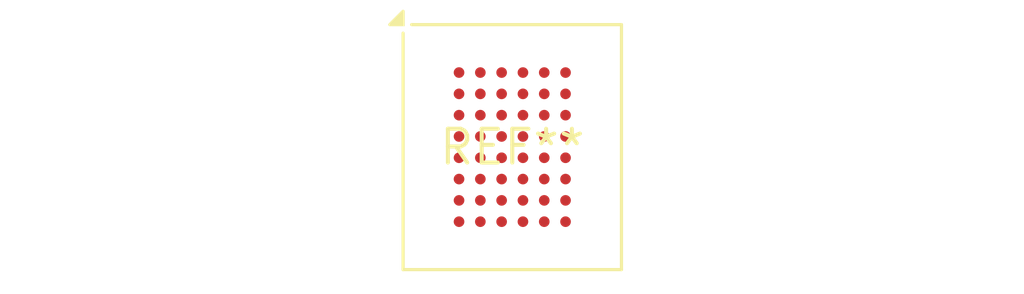
<source format=kicad_pcb>
(kicad_pcb (version 20240108) (generator pcbnew)
  (layers (0 "F.Cu" signal) (31 "B.Cu" signal) (34 "B.Paste" user) (35 "F.Paste" user) (36 "B.SilkS" user "B.Silkscreen") (37 "F.SilkS" user "F.Silkscreen") (38 "B.Mask" user) (39 "F.Mask" user) (44 "Edge.Cuts" user))
  (net 0 "")
  (footprint "BGA-48_8.0x9.0mm_Layout6x8_P0.8mm" (layer "F.Cu") (at 0 0)
    (property "Reference" "REF**")
    (property "Value" "BGA-48_8.0x9.0mm_Layout6x8_P0.8mm")
    (fp_line (start -4.1 4.6) (end -4.1 -4.28) (layer "F.SilkS") (stroke (width 0.12)))
    (fp_line (start -3.78 -4.6) (end 4.1 -4.6) (layer "F.SilkS") (stroke (width 0.12)))
    (fp_line (start 4.1 -4.6) (end 4.1 4.6) (layer "F.SilkS") (stroke (width 0.12)))
    (fp_line (start 4.1 4.6) (end -4.1 4.6) (layer "F.SilkS") (stroke (width 0.12)))
    (fp_poly (pts (xy -4.1 -4.6) (xy -4.6 -4.6) (xy -4.1 -5.1) (xy -4.1 -4.6)) (layer "F.SilkS") (stroke (width 0.12)) (fill solid))
    (pad "A1" smd circle (at -2 -2.8) (size 0.4 0.4) (property pad_prop_bga) (layers "F.Cu" "F.Paste" "F.Mask"))
    (pad "A2" smd circle (at -1.2 -2.8) (size 0.4 0.4) (property pad_prop_bga) (layers "F.Cu" "F.Paste" "F.Mask"))
    (pad "A3" smd circle (at -0.4 -2.8) (size 0.4 0.4) (property pad_prop_bga) (layers "F.Cu" "F.Paste" "F.Mask"))
    (pad "A4" smd circle (at 0.4 -2.8) (size 0.4 0.4) (property pad_prop_bga) (layers "F.Cu" "F.Paste" "F.Mask"))
    (pad "A5" smd circle (at 1.2 -2.8) (size 0.4 0.4) (property pad_prop_bga) (layers "F.Cu" "F.Paste" "F.Mask"))
    (pad "A6" smd circle (at 2 -2.8) (size 0.4 0.4) (property pad_prop_bga) (layers "F.Cu" "F.Paste" "F.Mask"))
    (pad "B1" smd circle (at -2 -2) (size 0.4 0.4) (property pad_prop_bga) (layers "F.Cu" "F.Paste" "F.Mask"))
    (pad "B2" smd circle (at -1.2 -2) (size 0.4 0.4) (property pad_prop_bga) (layers "F.Cu" "F.Paste" "F.Mask"))
    (pad "B3" smd circle (at -0.4 -2) (size 0.4 0.4) (property pad_prop_bga) (layers "F.Cu" "F.Paste" "F.Mask"))
    (pad "B4" smd circle (at 0.4 -2) (size 0.4 0.4) (property pad_prop_bga) (layers "F.Cu" "F.Paste" "F.Mask"))
    (pad "B5" smd circle (at 1.2 -2) (size 0.4 0.4) (property pad_prop_bga) (layers "F.Cu" "F.Paste" "F.Mask"))
    (pad "B6" smd circle (at 2 -2) (size 0.4 0.4) (property pad_prop_bga) (layers "F.Cu" "F.Paste" "F.Mask"))
    (pad "C1" smd circle (at -2 -1.2) (size 0.4 0.4) (property pad_prop_bga) (layers "F.Cu" "F.Paste" "F.Mask"))
    (pad "C2" smd circle (at -1.2 -1.2) (size 0.4 0.4) (property pad_prop_bga) (layers "F.Cu" "F.Paste" "F.Mask"))
    (pad "C3" smd circle (at -0.4 -1.2) (size 0.4 0.4) (property pad_prop_bga) (layers "F.Cu" "F.Paste" "F.Mask"))
    (pad "C4" smd circle (at 0.4 -1.2) (size 0.4 0.4) (property pad_prop_bga) (layers "F.Cu" "F.Paste" "F.Mask"))
    (pad "C5" smd circle (at 1.2 -1.2) (size 0.4 0.4) (property pad_prop_bga) (layers "F.Cu" "F.Paste" "F.Mask"))
    (pad "C6" smd circle (at 2 -1.2) (size 0.4 0.4) (property pad_prop_bga) (layers "F.Cu" "F.Paste" "F.Mask"))
    (pad "D1" smd circle (at -2 -0.4) (size 0.4 0.4) (property pad_prop_bga) (layers "F.Cu" "F.Paste" "F.Mask"))
    (pad "D2" smd circle (at -1.2 -0.4) (size 0.4 0.4) (property pad_prop_bga) (layers "F.Cu" "F.Paste" "F.Mask"))
    (pad "D3" smd circle (at -0.4 -0.4) (size 0.4 0.4) (property pad_prop_bga) (layers "F.Cu" "F.Paste" "F.Mask"))
    (pad "D4" smd circle (at 0.4 -0.4) (size 0.4 0.4) (property pad_prop_bga) (layers "F.Cu" "F.Paste" "F.Mask"))
    (pad "D5" smd circle (at 1.2 -0.4) (size 0.4 0.4) (property pad_prop_bga) (layers "F.Cu" "F.Paste" "F.Mask"))
    (pad "D6" smd circle (at 2 -0.4) (size 0.4 0.4) (property pad_prop_bga) (layers "F.Cu" "F.Paste" "F.Mask"))
    (pad "E1" smd circle (at -2 0.4) (size 0.4 0.4) (property pad_prop_bga) (layers "F.Cu" "F.Paste" "F.Mask"))
    (pad "E2" smd circle (at -1.2 0.4) (size 0.4 0.4) (property pad_prop_bga) (layers "F.Cu" "F.Paste" "F.Mask"))
    (pad "E3" smd circle (at -0.4 0.4) (size 0.4 0.4) (property pad_prop_bga) (layers "F.Cu" "F.Paste" "F.Mask"))
    (pad "E4" smd circle (at 0.4 0.4) (size 0.4 0.4) (property pad_prop_bga) (layers "F.Cu" "F.Paste" "F.Mask"))
    (pad "E5" smd circle (at 1.2 0.4) (size 0.4 0.4) (property pad_prop_bga) (layers "F.Cu" "F.Paste" "F.Mask"))
    (pad "E6" smd circle (at 2 0.4) (size 0.4 0.4) (property pad_prop_bga) (layers "F.Cu" "F.Paste" "F.Mask"))
    (pad "F1" smd circle (at -2 1.2) (size 0.4 0.4) (property pad_prop_bga) (layers "F.Cu" "F.Paste" "F.Mask"))
    (pad "F2" smd circle (at -1.2 1.2) (size 0.4 0.4) (property pad_prop_bga) (layers "F.Cu" "F.Paste" "F.Mask"))
    (pad "F3" smd circle (at -0.4 1.2) (size 0.4 0.4) (property pad_prop_bga) (layers "F.Cu" "F.Paste" "F.Mask"))
    (pad "F4" smd circle (at 0.4 1.2) (size 0.4 0.4) (property pad_prop_bga) (layers "F.Cu" "F.Paste" "F.Mask"))
    (pad "F5" smd circle (at 1.2 1.2) (size 0.4 0.4) (property pad_prop_bga) (layers "F.Cu" "F.Paste" "F.Mask"))
    (pad "F6" smd circle (at 2 1.2) (size 0.4 0.4) (property pad_prop_bga) (layers "F.Cu" "F.Paste" "F.Mask"))
    (pad "G1" smd circle (at -2 2) (size 0.4 0.4) (property pad_prop_bga) (layers "F.Cu" "F.Paste" "F.Mask"))
    (pad "G2" smd circle (at -1.2 2) (size 0.4 0.4) (property pad_prop_bga) (layers "F.Cu" "F.Paste" "F.Mask"))
    (pad "G3" smd circle (at -0.4 2) (size 0.4 0.4) (property pad_prop_bga) (layers "F.Cu" "F.Paste" "F.Mask"))
    (pad "G4" smd circle (at 0.4 2) (size 0.4 0.4) (property pad_prop_bga) (layers "F.Cu" "F.Paste" "F.Mask"))
    (pad "G5" smd circle (at 1.2 2) (size 0.4 0.4) (property pad_prop_bga) (layers "F.Cu" "F.Paste" "F.Mask"))
    (pad "G6" smd circle (at 2 2) (size 0.4 0.4) (property pad_prop_bga) (layers "F.Cu" "F.Paste" "F.Mask"))
    (pad "H1" smd circle (at -2 2.8) (size 0.4 0.4) (property pad_prop_bga) (layers "F.Cu" "F.Paste" "F.Mask"))
    (pad "H2" smd circle (at -1.2 2.8) (size 0.4 0.4) (property pad_prop_bga) (layers "F.Cu" "F.Paste" "F.Mask"))
    (pad "H3" smd circle (at -0.4 2.8) (size 0.4 0.4) (property pad_prop_bga) (layers "F.Cu" "F.Paste" "F.Mask"))
    (pad "H4" smd circle (at 0.4 2.8) (size 0.4 0.4) (property pad_prop_bga) (layers "F.Cu" "F.Paste" "F.Mask"))
    (pad "H5" smd circle (at 1.2 2.8) (size 0.4 0.4) (property pad_prop_bga) (layers "F.Cu" "F.Paste" "F.Mask"))
    (pad "H6" smd circle (at 2 2.8) (size 0.4 0.4) (property pad_prop_bga) (layers "F.Cu" "F.Paste" "F.Mask"))
  )
)
</source>
